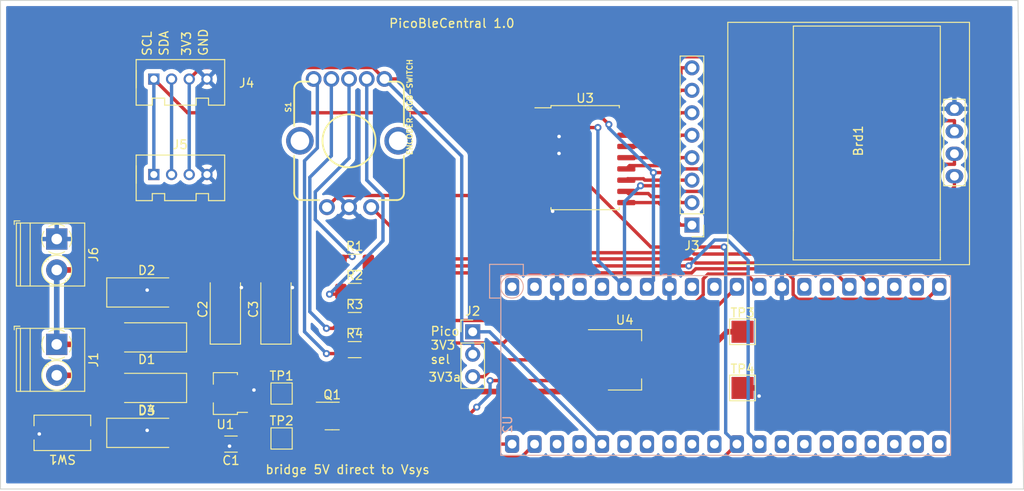
<source format=kicad_pcb>
(kicad_pcb (version 20221018) (generator pcbnew)
  (layers (0 "F.Cu" signal) (31 "B.Cu" signal) (34 "B.Paste" user) (35 "F.Paste" user) (36 "B.SilkS" user "B.Silkscreen") (37 "F.SilkS" user "F.Silkscreen") (38 "B.Mask" user) (39 "F.Mask" user) (44 "Edge.Cuts" user))
  (net 0 "")
  (net 1 "GND")
  (net 2 "+V")
  (net 3 "/DCC1")
  (net 4 "/DCC2")
  (net 5 "Net-(J3-Pin_1)")
  (net 6 "/VSYS")
  (net 7 "Net-(S1-SW)")
  (net 8 "BTN")
  (net 9 "Net-(S1--B)")
  (net 10 "BLUE")
  (net 11 "Net-(S1--G)")
  (net 12 "GREEN")
  (net 13 "Net-(S1--R)")
  (net 14 "Net-(J3-Pin_2)")
  (net 18 "3V3_OUT")
  (net 19 "3V3a")
  (net 20 "RED")
  (net 23 "3V3")
  (net 27 "PINA")
  (net 28 "PINB")
  (net 41 "+5V")
  (net 47 "SDA")
  (net 48 "SCL")
  (net 49 "Net-(J3-Pin_3)")
  (net 50 "Net-(J3-Pin_4)")
  (net 51 "Net-(J3-Pin_5)")
  (net 52 "Net-(J3-Pin_6)")
  (net 55 "Net-(J3-Pin_7)")
  (net 56 "Net-(J3-Pin_8)")
  (net 57 "RUN")
  (net 59 "Net-(U2-VBUS)")
  (footprint "Capacitor_SMD:C_1206_3216Metric_Pad1.33x1.80mm_HandSolder" (layer "F.Cu") (at 114.935 113.665 180)
    (fp_text reference "C1" (at 0 -1.85) (layer "F.SilkS"))
    (fp_text value "10uf/16V")
    (pad "1" smd roundrect (at -1.5625 0 180) (size 1.325 1.8) (layers "F.Cu" "F.Paste" "F.Mask") (roundrect_rratio 0.1886792453) (net 41 "+5V"))
    (pad "2" smd roundrect (at 1.5625 0 180) (size 1.325 1.8) (layers "F.Cu" "F.Paste" "F.Mask") (roundrect_rratio 0.1886792453) (net 1 "GND"))
  )
  (footprint "Package_TO_SOT_SMD:SOT-223-3_TabPin2" (layer "F.Cu") (at 159.41 104.14)
    (fp_text reference "U4" (at 0 -4.5) (layer "F.SilkS"))
    (fp_text value "AMS1117-3.3")
    (pad "1" smd rect (at -3.15 -2.3) (size 2 1.5) (layers "F.Cu" "F.Paste" "F.Mask"))
    (pad "2" smd rect (at -3.15 0) (size 2 1.5) (layers "F.Cu" "F.Paste" "F.Mask") (net 19 "3V3a"))
    (pad "2" smd rect (at 3.15 0) (size 2 3.8) (layers "F.Cu" "F.Paste" "F.Mask") (net 19 "3V3a"))
    (pad "3" smd rect (at -3.15 2.3) (size 2 1.5) (layers "F.Cu" "F.Paste" "F.Mask") (net 41 "+5V"))
  )
  (footprint "Capacitor_Tantalum_SMD:CP_EIA-6032-20_AVX-F_Pad2.25x2.35mm_HandSolder" (layer "F.Cu") (at 114.3 98.425 90)
    (fp_text reference "C2" (at 0 -2.55 90) (layer "F.SilkS"))
    (fp_text value "10uF/25V")
    (pad "1" smd roundrect (at -2.55 0 90) (size 2.25 2.35) (layers "F.Cu" "F.Paste" "F.Mask") (roundrect_rratio 0.1111111111) (net 2 "+V"))
    (pad "2" smd roundrect (at 2.55 0 90) (size 2.25 2.35) (layers "F.Cu" "F.Paste" "F.Mask") (roundrect_rratio 0.1111111111) (net 1 "GND"))
  )
  (footprint "Package_TO_SOT_SMD:SOT-23-3" (layer "F.Cu") (at 126.365 110.49)
    (fp_text reference "Q1" (at 0 -2.4) (layer "F.SilkS"))
    (fp_text value "DMG2305UX-7")
    (pad "1" smd roundrect (at -1.1375 -0.95) (size 1.325 0.6) (layers "F.Cu" "F.Paste" "F.Mask") (net 59 "Net-(U2-VBUS)"))
    (pad "2" smd roundrect (at -1.1375 0.95) (size 1.325 0.6) (layers "F.Cu" "F.Paste" "F.Mask") (net 6 "/VSYS"))
    (pad "3" smd roundrect (at 1.1375 0) (size 1.325 0.6) (layers "F.Cu" "F.Paste" "F.Mask") (net 41 "+5V"))
  )
  (footprint "Diode_SMD:D_SMA_Handsoldering" (layer "F.Cu") (at 105.41 96.52)
    (fp_text reference "D2" (at 0 -2.5) (layer "F.SilkS"))
    (fp_text value "RBR3L60AD")
    (pad "1" smd roundrect (at -2.5 0) (size 3.5 1.8) (layers "F.Cu" "F.Paste" "F.Mask") (roundrect_rratio 0.1388888889) (net 3 "/DCC1"))
    (pad "2" smd roundrect (at 2.5 0) (size 3.5 1.8) (layers "F.Cu" "F.Paste" "F.Mask") (roundrect_rratio 0.1388888889) (net 1 "GND"))
  )
  (footprint "TerminalBlock_Phoenix:TerminalBlock_Phoenix_PT-1,5-2-3.5-H_1x02_P3.50mm_Horizontal" (layer "F.Cu") (at 95.25 90.48 -90)
    (fp_text reference "J6" (at 1.75 -4.16 90) (layer "F.SilkS"))
    (fp_text value "12V")
    (pad "1" thru_hole rect (at 0 0 270) (size 2.4 2.4) (drill 1.2) (layers "*.Cu" "*.Mask") (net 1 "GND"))
    (pad "2" thru_hole circle (at 3.5 0 270) (size 2.4 2.4) (drill 1.2) (layers "*.Cu" "*.Mask") (net 3 "/DCC1"))
  )
  (footprint "Resistor_SMD:R_1206_3216Metric_Pad1.30x1.75mm_HandSolder" (layer "F.Cu") (at 128.905 99.695)
    (fp_text reference "R3" (at 0 -1.82) (layer "F.SilkS"))
    (fp_text value "330")
    (pad "1" smd roundrect (at -1.55 0) (size 1.3 1.75) (layers "F.Cu" "F.Paste" "F.Mask") (roundrect_rratio 0.192308) (net 11 "Net-(S1--G)"))
    (pad "2" smd roundrect (at 1.55 0) (size 1.3 1.75) (layers "F.Cu" "F.Paste" "F.Mask") (roundrect_rratio 0.192308) (net 12 "GREEN"))
  )
  (footprint "Diode_SMD:D_SMA_Handsoldering" (layer "F.Cu") (at 105.41 101.6 180)
    (fp_text reference "D1" (at 0 -2.5) (layer "F.SilkS"))
    (fp_text value "RBR3L60AD")
    (pad "1" smd roundrect (at -2.5 0 180) (size 3.5 1.8) (layers "F.Cu" "F.Paste" "F.Mask") (roundrect_rratio 0.1388888889) (net 2 "+V"))
    (pad "2" smd roundrect (at 2.5 0 180) (size 3.5 1.8) (layers "F.Cu" "F.Paste" "F.Mask") (roundrect_rratio 0.1388888889) (net 3 "/DCC1"))
  )
  (footprint "Package_TO_SOT_SMD:SOT-89-3" (layer "F.Cu") (at 114.3 107.95 180)
    (fp_text reference "U1" (at 0 -3.5) (layer "F.SilkS"))
    (fp_text value "AP7384-50Y")
    (pad "1" smd rect (at -1.95 -1.5 180) (size 1.3 0.9) (layers "F.Cu" "F.Paste" "F.Mask") (net 41 "+5V"))
    (pad "2" smd custom (at -1.8625 0 180) (size 1.475 0.9) (layers "F.Cu" "F.Paste" "F.Mask") (net 1 "GND") (options (clearance outline) (anchor rect)) (primitives (gr_poly (pts (xy 3.8625 0.8665) (xy 0.7375 0.8665) (xy 0.7375 -0.8665) (xy 3.8625 -0.8665)) (width 0) (fill yes))))
    (pad "3" smd rect (at -1.95 1.5 180) (size 1.3 0.9) (layers "F.Cu" "F.Paste" "F.Mask") (net 2 "+V"))
  )
  (footprint "SSD1306:128x64OLED" (layer "F.Cu") (at 186.055 79.375 -90)
    (fp_text reference "Brd1" (at 0 0.254 90) (layer "F.SilkS"))
    (fp_text value "SSD1306")
    (pad "1" thru_hole oval (at -3.62 -10.6) (size 2 1.6) (drill 1) (layers "*.Cu" "*.Mask") (net 1 "GND"))
    (pad "2" thru_hole oval (at -1.08 -10.6) (size 2 1.6) (drill 1) (layers "*.Cu" "*.Mask") (net 23 "3V3"))
    (pad "3" thru_hole oval (at 1.46 -10.6) (size 2 1.6) (drill 1) (layers "*.Cu" "*.Mask") (net 48 "SCL"))
    (pad "4" thru_hole oval (at 4 -10.6) (size 2 1.6) (drill 1) (layers "*.Cu" "*.Mask") (net 47 "SDA"))
  )
  (footprint "Resistor_SMD:R_1206_3216Metric_Pad1.30x1.75mm_HandSolder" (layer "F.Cu") (at 128.905 93.115)
    (fp_text reference "R1" (at 0 -1.82) (layer "F.SilkS"))
    (fp_text value "10k")
    (pad "1" smd roundrect (at -1.55 0) (size 1.3 1.75) (layers "F.Cu" "F.Paste" "F.Mask") (roundrect_rratio 0.192308) (net 7 "Net-(S1-SW)"))
    (pad "2" smd roundrect (at 1.55 0) (size 1.3 1.75) (layers "F.Cu" "F.Paste" "F.Mask") (roundrect_rratio 0.192308) (net 8 "BTN"))
  )
  (footprint "Capacitor_Tantalum_SMD:CP_EIA-6032-20_AVX-F_Pad2.25x2.35mm_HandSolder" (layer "F.Cu") (at 120.015 98.425 90)
    (fp_text reference "C3" (at 0 -2.55 90) (layer "F.SilkS"))
    (fp_text value "10uF/25v")
    (pad "1" smd roundrect (at -2.55 0 90) (size 2.25 2.35) (layers "F.Cu" "F.Paste" "F.Mask") (roundrect_rratio 0.1111111111) (net 2 "+V"))
    (pad "2" smd roundrect (at 2.55 0 90) (size 2.25 2.35) (layers "F.Cu" "F.Paste" "F.Mask") (roundrect_rratio 0.1111111111) (net 1 "GND"))
  )
  (footprint "Diode_SMD:D_SMA_Handsoldering" (layer "F.Cu") (at 105.41 112.395)
    (fp_text reference "D3" (at 0 -2.5) (layer "F.SilkS"))
    (fp_text value "RBR3L60AD")
    (pad "1" smd roundrect (at -2.5 0) (size 3.5 1.8) (layers "F.Cu" "F.Paste" "F.Mask") (roundrect_rratio 0.1388888889) (net 4 "/DCC2"))
    (pad "2" smd roundrect (at 2.5 0) (size 3.5 1.8) (layers "F.Cu" "F.Paste" "F.Mask") (roundrect_rratio 0.1388888889) (net 1 "GND"))
  )
  (footprint "TestPoint:TestPoint_Pad_2.5x2.5mm" (layer "F.Cu") (at 172.72 107.315)
    (fp_text reference "TP4" (at 0 -2.148) (layer "F.SilkS"))
    (fp_text value "GND")
    (pad "1" smd rect (at 0 0) (size 2.5 2.5) (layers "F.Cu" "F.Mask") (net 1 "GND"))
  )
  (footprint "TestPoint:TestPoint_Pad_2.5x2.5mm" (layer "F.Cu") (at 172.72 100.965)
    (fp_text reference "TP3" (at 0 -2.148) (layer "F.SilkS"))
    (fp_text value "+V")
    (pad "1" smd rect (at 0 0) (size 2.5 2.5) (layers "F.Cu" "F.Mask") (net 2 "+V"))
  )
  (footprint "Resistor_SMD:R_1206_3216Metric_Pad1.30x1.75mm_HandSolder" (layer "F.Cu") (at 128.905 102.985)
    (fp_text reference "R4" (at 0 -1.82) (layer "F.SilkS"))
    (fp_text value "330")
    (pad "1" smd roundrect (at -1.55 0) (size 1.3 1.75) (layers "F.Cu" "F.Paste" "F.Mask") (roundrect_rratio 0.192308) (net 13 "Net-(S1--R)"))
    (pad "2" smd roundrect (at 1.55 0) (size 1.3 1.75) (layers "F.Cu" "F.Paste" "F.Mask") (roundrect_rratio 0.192308) (net 20 "RED"))
  )
  (footprint "TerminalBlock_Phoenix:TerminalBlock_Phoenix_PT-1,5-2-3.5-H_1x02_P3.50mm_Horizontal" (layer "F.Cu") (at 95.25 102.39 -90)
    (fp_text reference "J1" (at 1.75 -4.16 90) (layer "F.SilkS"))
    (fp_text value "DCC" hide)
    (pad "1" thru_hole rect (at 0 0 270) (size 2.4 2.4) (drill 1.2) (layers "*.Cu" "*.Mask") (net 3 "/DCC1"))
    (pad "2" thru_hole circle (at 3.5 0 270) (size 2.4 2.4) (drill 1.2) (layers "*.Cu" "*.Mask") (net 4 "/DCC2"))
  )
  (footprint "Seed Grove etc:HW4-2.0" (layer "F.Cu") (at 109.22 72.39)
    (fp_text reference "J4" (at 7.48 0.4558) (layer "F.SilkS"))
    (fp_text value "grove 2mm")
    (pad "1" thru_hole rect (at -2.99974 0) (size 1.27 1.27) (drill 0.79756) (layers "*.Cu" "*.Mask") (net 48 "SCL"))
    (pad "2" thru_hole circle (at -0.99822 0) (size 1.27 1.27) (drill 0.79756) (layers "*.Cu" "*.Mask") (net 47 "SDA"))
    (pad "3" thru_hole circle (at 0.99822 0) (size 1.27 1.27) (drill 0.79756) (layers "*.Cu" "*.Mask") (net 23 "3V3"))
    (pad "4" thru_hole circle (at 2.99974 0) (size 1.27 1.27) (drill 0.79756) (layers "*.Cu" "*.Mask") (net 1 "GND"))
  )
  (footprint "Connector_PinHeader_2.54mm:PinHeader_1x03_P2.54mm_Vertical" (layer "F.Cu") (at 142.24 100.965)
    (fp_text reference "J2" (at 0 -2.33) (layer "F.SilkS"))
    (fp_text value "3V3 Sel")
    (pad "1" thru_hole rect (at 0 0) (size 1.7 1.7) (drill 1) (layers "*.Cu" "*.Mask") (net 18 "3V3_OUT"))
    (pad "2" thru_hole oval (at 0 2.54) (size 1.7 1.7) (drill 1) (layers "*.Cu" "*.Mask") (net 23 "3V3"))
    (pad "3" thru_hole oval (at 0 5.08) (size 1.7 1.7) (drill 1) (layers "*.Cu" "*.Mask") (net 19 "3V3a"))
  )
  (footprint "Connector_PinHeader_2.54mm:PinHeader_1x08_P2.54mm_Vertical" (layer "F.Cu") (at 167.005 88.9 180)
    (fp_text reference "J3" (at 0 -2.33) (layer "F.SilkS"))
    (fp_text value "keypad")
    (pad "1" thru_hole rect (at 0 0 180) (size 1.7 1.7) (drill 1) (layers "*.Cu" "*.Mask") (net 5 "Net-(J3-Pin_1)"))
    (pad "2" thru_hole oval (at 0 2.54 180) (size 1.7 1.7) (drill 1) (layers "*.Cu" "*.Mask") (net 14 "Net-(J3-Pin_2)"))
    (pad "3" thru_hole oval (at 0 5.08 180) (size 1.7 1.7) (drill 1) (layers "*.Cu" "*.Mask") (net 49 "Net-(J3-Pin_3)"))
    (pad "4" thru_hole oval (at 0 7.62 180) (size 1.7 1.7) (drill 1) (layers "*.Cu" "*.Mask") (net 50 "Net-(J3-Pin_4)"))
    (pad "5" thru_hole oval (at 0 10.16 180) (size 1.7 1.7) (drill 1) (layers "*.Cu" "*.Mask") (net 51 "Net-(J3-Pin_5)"))
    (pad "6" thru_hole oval (at 0 12.7 180) (size 1.7 1.7) (drill 1) (layers "*.Cu" "*.Mask") (net 52 "Net-(J3-Pin_6)"))
    (pad "7" thru_hole oval (at 0 15.24 180) (size 1.7 1.7) (drill 1) (layers "*.Cu" "*.Mask") (net 55 "Net-(J3-Pin_7)"))
    (pad "8" thru_hole oval (at 0 17.78 180) (size 1.7 1.7) (drill 1) (layers "*.Cu" "*.Mask") (net 56 "Net-(J3-Pin_8)"))
  )
  (footprint "Package_SO:SOIC-18W_7.5x11.6mm_P1.27mm" (layer "F.Cu") (at 154.94 81.28)
    (fp_text reference "U3" (at 0 -6.72) (layer "F.SilkS"))
    (fp_text value "MCP23008-xSO")
    (pad "1" smd roundrect (at -4.65 -5.08) (size 2.05 0.6) (layers "F.Cu" "F.Paste" "F.Mask") (net 48 "SCL"))
    (pad "2" smd roundrect (at -4.65 -3.81) (size 2.05 0.6) (layers "F.Cu" "F.Paste" "F.Mask") (net 47 "SDA"))
    (pad "3" smd roundrect (at -4.65 -2.54) (size 2.05 0.6) (layers "F.Cu" "F.Paste" "F.Mask") (net 1 "GND"))
    (pad "4" smd roundrect (at -4.65 -1.27) (size 2.05 0.6) (layers "F.Cu" "F.Paste" "F.Mask") (net 1 "GND"))
    (pad "5" smd roundrect (at -4.65 0) (size 2.05 0.6) (layers "F.Cu" "F.Paste" "F.Mask") (net 1 "GND"))
    (pad "6" smd roundrect (at -4.65 1.27) (size 2.05 0.6) (layers "F.Cu" "F.Paste" "F.Mask") (net 57 "RUN"))
    (pad "7" smd roundrect (at -4.65 2.54) (size 2.05 0.6) (layers "F.Cu" "F.Paste" "F.Mask"))
    (pad "8" smd roundrect (at -4.65 3.81) (size 2.05 0.6) (layers "F.Cu" "F.Paste" "F.Mask"))
    (pad "9" smd roundrect (at -4.65 5.08) (size 2.05 0.6) (layers "F.Cu" "F.Paste" "F.Mask") (net 1 "GND"))
    (pad "10" smd roundrect (at 4.65 5.08) (size 2.05 0.6) (layers "F.Cu" "F.Paste" "F.Mask") (net 5 "Net-(J3-Pin_1)"))
    (pad "11" smd roundrect (at 4.65 3.81) (size 2.05 0.6) (layers "F.Cu" "F.Paste" "F.Mask") (net 14 "Net-(J3-Pin_2)"))
    (pad "12" smd roundrect (at 4.65 2.54) (size 2.05 0.6) (layers "F.Cu" "F.Paste" "F.Mask") (net 49 "Net-(J3-Pin_3)"))
    (pad "13" smd roundrect (at 4.65 1.27) (size 2.05 0.6) (layers "F.Cu" "F.Paste" "F.Mask") (net 50 "Net-(J3-Pin_4)"))
    (pad "14" smd roundrect (at 4.65 0) (size 2.05 0.6) (layers "F.Cu" "F.Paste" "F.Mask") (net 51 "Net-(J3-Pin_5)"))
    (pad "15" smd roundrect (at 4.65 -1.27) (size 2.05 0.6) (layers "F.Cu" "F.Paste" "F.Mask") (net 52 "Net-(J3-Pin_6)"))
    (pad "16" smd roundrect (at 4.65 -2.54) (size 2.05 0.6) (layers "F.Cu" "F.Paste" "F.Mask") (net 55 "Net-(J3-Pin_7)"))
    (pad "17" smd roundrect (at 4.65 -3.81) (size 2.05 0.6) (layers "F.Cu" "F.Paste" "F.Mask") (net 56 "Net-(J3-Pin_8)"))
    (pad "18" smd roundrect (at 4.65 -5.08) (size 2.05 0.6) (layers "F.Cu" "F.Paste" "F.Mask") (net 23 "3V3"))
  )
  (footprint "Resistor_SMD:R_1206_3216Metric_Pad1.30x1.75mm_HandSolder" (layer "F.Cu") (at 128.905 96.405)
    (fp_text reference "R2" (at 0 -1.82) (layer "F.SilkS"))
    (fp_text value "330")
    (pad "1" smd roundrect (at -1.55 0) (size 1.3 1.75) (layers "F.Cu" "F.Paste" "F.Mask") (roundrect_rratio 0.192308) (net 9 "Net-(S1--B)"))
    (pad "2" smd roundrect (at 1.55 0) (size 1.3 1.75) (layers "F.Cu" "F.Paste" "F.Mask") (roundrect_rratio 0.192308) (net 10 "BLUE"))
  )
  (footprint "Seed Grove etc:HW4-2.0" (layer "F.Cu") (at 109.22 83.185)
    (fp_text reference "J5" (at -0.025 -3.375) (layer "F.SilkS"))
    (fp_text value "i2c")
    (pad "1" thru_hole rect (at -2.99974 0) (size 1.27 1.27) (drill 0.79756) (layers "*.Cu" "*.Mask") (net 48 "SCL"))
    (pad "2" thru_hole circle (at -0.99822 0) (size 1.27 1.27) (drill 0.79756) (layers "*.Cu" "*.Mask") (net 47 "SDA"))
    (pad "3" thru_hole circle (at 0.99822 0) (size 1.27 1.27) (drill 0.79756) (layers "*.Cu" "*.Mask") (net 23 "3V3"))
    (pad "4" thru_hole circle (at 2.99974 0) (size 1.27 1.27) (drill 0.79756) (layers "*.Cu" "*.Mask") (net 1 "GND"))
  )
  (footprint "Diode_SMD:D_SMA_Handsoldering" (layer "F.Cu") (at 105.41 107.315 180)
    (fp_text reference "D4" (at 0 -2.5) (layer "F.SilkS"))
    (fp_text value "RBR3L60AD")
    (pad "1" smd roundrect (at -2.5 0 180) (size 3.5 1.8) (layers "F.Cu" "F.Paste" "F.Mask") (roundrect_rratio 0.1388888889) (net 2 "+V"))
    (pad "2" smd roundrect (at 2.5 0 180) (size 3.5 1.8) (layers "F.Cu" "F.Paste" "F.Mask") (roundrect_rratio 0.1388888889) (net 4 "/DCC2"))
  )
  (footprint "Button_Switch_SMD:SW_Tactile_SPST_NO_Straight_CK_PTS636Sx25SMTRLFS" (layer "F.Cu") (at 95.885 112.395 180)
    (fp_text reference "SW1" (at 0 -3 180 unlocked) (layer "F.SilkS"))
    (fp_text value "SW_Push")
    (pad "1" smd rect (at -3.875 0 180) (size 1.25 1) (layers "F.Cu" "F.Paste" "F.Mask") (net 57 "RUN"))
    (pad "2" smd rect (at 3.875 0 180) (size 1.25 1) (layers "F.Cu" "F.Paste" "F.Mask") (net 1 "GND"))
  )
  (footprint "sparkfun switch:ENCODER_LED_3" (layer "F.Cu") (at 128.27 79.375)
    (fp_text reference "S1" (at -6.858 -3.81 90) (layer "F.SilkS") (effects (font (size 0.6096 0.6096) (thickness 0.127))))
    (fp_text value "ENCODER-RGB-SWITCH" (at 6.858 -3.81 90) (layer "F.SilkS") (effects (font (size 0.6096 0.6096) (thickness 0.127))))
    (pad "1" thru_hole circle (at -3.99796 -6.9977) (size 1.778 1.778) (drill 1.09982) (layers "*.Cu" "*.Mask") (net 13 "Net-(S1--R)"))
    (pad "2" thru_hole circle (at -1.99898 -6.9977) (size 1.778 1.778) (drill 1.09982) (layers "*.Cu" "*.Mask") (net 11 "Net-(S1--G)"))
    (pad "3" thru_hole circle (at 0 -6.9977) (size 1.778 1.778) (drill 1.09982) (layers "*.Cu" "*.Mask") (net 7 "Net-(S1-SW)"))
    (pad "4" thru_hole circle (at 1.99898 -6.9977) (size 1.778 1.778) (drill 1.09982) (layers "*.Cu" "*.Mask") (net 9 "Net-(S1--B)"))
    (pad "5" thru_hole circle (at 3.99796 -6.9977) (size 1.778 1.778) (drill 1.09982) (layers "*.Cu" "*.Mask") (net 23 "3V3"))
    (pad "A" thru_hole circle (at -2.49936 7.49808) (size 1.79832 1.79832) (drill 1.09982) (layers "*.Cu" "*.Mask") (net 27 "PINA"))
    (pad "B" thru_hole circle (at 2.49936 7.49808) (size 1.79832 1.79832) (drill 1.09982) (layers "*.Cu" "*.Mask") (net 28 "PINB"))
    (pad "C" thru_hole circle (at 0 7.49808) (size 1.79832 1.79832) (drill 1.09982) (layers "*.Cu" "*.Mask") (net 1 "GND"))
    (pad "M1" thru_hole circle (at -5.5499 0) (size 3.11404 3.11404) (drill 2.09804) (layers "*.Cu" "*.Mask"))
    (pad "M2" thru_hole circle (at 5.5499 0) (size 3.11404 3.11404) (drill 2.09804) (layers "*.Cu" "*.Mask"))
  )
  (footprint "TestPoint:TestPoint_Pad_2.0x2.0mm" (layer "F.Cu") (at 120.65 107.95)
    (fp_text reference "TP1" (at 0 -1.998) (layer "F.SilkS"))
    (fp_text value "TestPoint" hide)
    (pad "1" smd rect (at 0 0) (size 2 2) (layers "F.Cu" "F.Mask") (net 41 "+5V"))
  )
  (footprint "TestPoint:TestPoint_Pad_2.0x2.0mm" (layer "F.Cu") (at 120.65 113.03)
    (fp_text reference "TP2" (at 0 -1.998) (layer "F.SilkS"))
    (fp_text value "TestPoint" hide)
    (pad "1" smd rect (at 0 0) (size 2 2) (layers "F.Cu" "F.Mask") (net 6 "/VSYS"))
  )
  (footprint "PicoNoSwd:RaspberryPico_TH_NoSWD" (layer "B.Cu") (at 146.685 95.885 -90)
    (fp_text reference "U2" (at 15.5575 0.508 90) (layer "B.SilkS") (effects (justify mirror)))
    (fp_text value "Pico_RaspberryPico")
    (pad "1" thru_hole roundrect (at 0 0 270) (size 2 1.6) (drill 1) (layers "*.Cu" "*.Mask"))
    (pad "2" thru_hole roundrect (at 0 -2.54 270) (size 2 1.6) (drill 1) (layers "*.Cu" "*.Mask"))
    (pad "3" thru_hole roundrect (at 0 -5.08 270) (size 2 1.6) (drill 1) (layers "*.Cu" "*.Mask") (net 1 "GND"))
    (pad "4" thru_hole roundrect (at 0 -7.62 270) (size 2 1.6) (drill 1) (layers "*.Cu" "*.Mask"))
    (pad "5" thru_hole roundrect (at 0 -10.16 270) (size 2 1.6) (drill 1) (layers "*.Cu" "*.Mask"))
    (pad "6" thru_hole roundrect (at 0 -12.7 270) (size 2 1.6) (drill 1) (layers "*.Cu" "*.Mask") (net 47 "SDA"))
    (pad "7" thru_hole roundrect (at 0 -15.24 270) (size 2 1.6) (drill 1) (layers "*.Cu" "*.Mask") (net 48 "SCL"))
    (pad "8" thru_hole roundrect (at 0 -17.78 270) (size 2 1.6) (drill 1) (layers "*.Cu" "*.Mask") (net 1 "GND"))
    (pad "9" thru_hole roundrect (at 0 -20.32 270) (size 2 1.6) (drill 1) (layers "*.Cu" "*.Mask"))
    (pad "10" thru_hole roundrect (at 0 -22.86 270) (size 2 1.6) (drill 1) (layers "*.Cu" "*.Mask"))
    (pad "11" thru_hole roundrect (at 0 -25.4 270) (size 2 1.6) (drill 1) (layers "*.Cu" "*.Mask") (net 20 "RED"))
    (pad "12" thru_hole roundrect (at 0 -27.94 270) (size 2 1.6) (drill 1) (layers "*.Cu" "*.Mask") (net 12 "GREEN"))
    (pad "13" thru_hole roundrect (at 0 -30.48 270) (size 2 1.6) (drill 1) (layers "*.Cu" "*.Mask") (net 1 "GND"))
    (pad "14" thru_hole roundrect (at 0 -33.02 270) (size 2 1.6) (drill 1) (layers "*.Cu" "*.Mask"))
    (pad "15" thru_hole roundrect (at 0 -35.56 270) (size 2 1.6) (drill 1) (layers "*.Cu" "*.Mask"))
    (pad "16" thru_hole roundrect (at 0 -38.1 270) (size 2 1.6) (drill 1) (layers "*.Cu" "*.Mask") (net 28 "PINB"))
    (pad "17" thru_hole roundrect (at 0 -40.64 270) (size 2 1.6) (drill 1) (layers "*.Cu" "*.Mask") (net 27 "PINA"))
    (pad "18" thru_hole roundrect (at 0 -43.18 270) (size 2 1.6) (drill 1) (layers "*.Cu" "*.Mask"))
    (pad "19" thru_hole roundrect (at 0 -45.72 270) (size 2 1.6) (drill 1) (layers "*.Cu" "*.Mask"))
    (pad "20" thru_hole roundrect (at 0 -48.26 270) (size 2 1.6) (drill 1) (layers "*.Cu" "*.Mask") (net 10 "BLUE"))
    (pad "21" thru_hole roundrect (at 17.78 -48.26 270) (size 2 1.6) (drill 1) (layers "*.Cu" "*.Mask"))
    (pad "22" thru_hole roundrect (at 17.78 -45.72 270) (size 2 1.6) (drill 1) (layers "*.Cu" "*.Mask"))
    (pad "23" thru_hole roundrect (at 17.78 -43.18 270) (size 2 1.6) (drill 1) (layers "*.Cu" "*.Mask"))
    (pad "24" thru_hole roundrect (at 17.78 -40.64 270) (size 2 1.6) (drill 1) (layers "*.Cu" "*.Mask"))
    (pad "25" thru_hole roundrect (at 17.78 -38.1 270) (size 2 1.6) (drill 1) (layers "*.Cu" "*.Mask"))
    (pad "26" thru_hole roundrect (at 17.78 -35.56 270) (size 2 1.6) (drill 1) (layers "*.Cu" "*.Mask"))
    (pad "27" thru_hole roundrect (at 17.78 -33.02 270) (size 2 1.6) (drill 1) (layers "*.Cu" "*.Mask"))
    (pad "28" thru_hole roundrect (at 17.78 -30.48 270) (size 2 1.6) (drill 1) (layers "*.Cu" "*.Mask"))
    (pad "29" thru_hole roundrect (at 17.78 -27.94 270) (size 2 1.6) (drill 1) (layers "*.Cu" "*.Mask") (net 8 "BTN"))
    (pad "30" thru_hole roundrect (at 17.78 -25.4 270) (size 2 1.6) (drill 1) (layers "*.Cu" "*.Mask") (net 57 "RUN"))
    (pad "31" thru_hole roundrect (at 17.78 -22.86 270) (size 2 1.6) (drill 1) (layers "*.Cu" "*.Mask"))
    (pad "32" thru_hole roundrect (at 17.78 -20.32 270) (size 2 1.6) (drill 1) (layers "*.Cu" "*.Mask"))
    (pad "33" thru_hole roundrect (at 17.78 -17.78 270) (size 2 1.6) (drill 1) (layers "*.Cu" "*.Mask"))
    (pad "34" thru_hole roundrect (at 17.78 -15.24 270) (size 2 1.6) (drill 1) (layers "*.Cu" "*.Mask"))
    (pad "35" thru_hole roundrect (at 17.78 -12.7 270) (size 2 1.6) (drill 1) (layers "*.Cu" "*.Mask"))
    (pad "36" thru_hole roundrect (at 17.78 -10.16 270) (size 2 1.6) (drill 1) (layers "*.Cu" "*.Mask") (net 18 "3V3_OUT"))
    (pad "37" thru_hole roundrect (at 17.78 -7.62 270) (size 2 1.6) (drill 1) (layers "*.Cu" "*.Mask"))
    (pad "38" thru_hole roundrect (at 17.78 -5.08 270) (size 2 1.6) (drill 1) (layers "*.Cu" "*.Mask"))
    (pad "39" thru_hole roundrect (at 17.78 -2.54 270) (size 2 1.6) (drill 1) (layers "*.Cu" "*.Mask") (net 6 "/VSYS"))
    (pad "40" thru_hole roundrect (at 17.78 0 270) (size 2 1.6) (drill 1) (layers "*.Cu" "*.Mask") (net 59 "Net-(U2-VBUS)"))
  )
  (gr_line (start 88.9 63.5) (end 88.9 118.745) (stroke (width 0.1)) (layer "Edge.Cuts"))
  (gr_line (start 204.47 118.745) (end 88.9 118.745) (stroke (width 0.1)) (layer "Edge.Cuts"))
  (gr_line (start 204.47 118.745) (end 203.835 63.5) (stroke (width 0.1)) (layer "Edge.Cuts"))
  (gr_line (start 203.835 63.5) (end 88.9 63.5) (stroke (width 0.1)) (layer "Edge.Cuts"))
  (gr_text "bridge 5V direct to Vsys\n\n" (at 118.745 118.745) (layer "F.SilkS") (effects (font (size 1 1)) (justify left bottom)))
  (gr_text "PicoBleCentral 1.0\n" (at 132.715 66.675) (layer "F.SilkS") (effects (font (size 1 1)) (justify left bottom)))
  (gr_text "SCL\n" (at 106.045 69.85 90) (layer "F.SilkS") (effects (font (size 1 1)) (justify left bottom)))
  (gr_text "3V3a" (at 137.16 106.68) (layer "F.SilkS") (effects (font (size 1 1)) (justify left bottom)))
  (gr_text "Pico" (at 137.4 101.495) (layer "F.SilkS") (effects (font (size 1 1)) (justify left bottom)))
  (gr_text "3V3\nsel" (at 137.4 104.67) (layer "F.SilkS") (effects (font (size 1 1)) (justify left bottom)))
  (gr_text "GND" (at 112.395 69.85 90) (layer "F.SilkS") (effects (font (size 1 1)) (justify left bottom)))
  (gr_text "SDA\n" (at 107.95 69.85 90) (layer "F.SilkS") (effects (font (size 1 1)) (justify left bottom)))
  (gr_text "3V3" (at 110.49 69.85 90) (layer "F.SilkS") (effects (font (size 1 1)) (justify left bottom)))
  (segment (start 105.4638 96.2518) (end 107.6418 96.2518) (width 0.635) (layer "F.Cu") (net 1))
  (segment (start 174.4874 108.1333) (end 174.4874 107.315) (width 0.635) (layer "F.Cu") (net 1))
  (segment (start 116.1103 95.9682) (end 114.3932 95.9682) (width 0.635) (layer "F.Cu") (net 1))
  (segment (start 150.7698 80.8002) (end 150.7698 80.4898) (width 0.635) (layer "F.Cu") (net 1))
  (segment (start 174.5887 108.2346) (end 174.4874 108.1333) (width 0.635) (layer "F.Cu") (net 1))
  (segment (start 107.6251 112.1101) (end 107.91 112.395) (width 0.635) (layer "F.Cu") (net 1))
  (segment (start 114.7688 113.8979) (end 113.6054 113.8979) (width 0.635) (layer "F.Cu") (net 1))
  (segment (start 150.4343 78.8843) (end 150.29 78.74) (width 0.635) (layer "F.Cu") (net 1))
  (segment (start 150.29 86.36) (end 151.2675 87.3375) (width 0.635) (layer "F.Cu") (net 1))
  (segment (start 116.5604 107.5521) (end 116.1625 107.95) (width 0.635) (layer "F.Cu") (net 1))
  (segment (start 117.5275 107.5521) (end 116.5604 107.5521) (width 0.635) (layer "F.Cu") (net 1))
  (segment (start 114.3932 95.9682) (end 114.3 95.875) (width 0.635) (layer "F.Cu") (net 1))
  (segment (start 151.9885 80.8002) (end 150.7698 80.8002) (width 0.635) (layer "F.Cu") (net 1))
  (segment (start 92.01 112.395) (end 93.1524 112.395) (width 0.635) (layer "F.Cu") (net 1))
  (segment (start 150.7698 80.4898) (end 150.29 80.01) (width 0.635) (layer "F.Cu") (net 1))
  (segment (start 105.4638 112.1101) (end 107.6251 112.1101) (width 0.635) (layer "F.Cu") (net 1))
  (segment (start 120.1082 95.9682) (end 120.015 95.875) (width 0.635) (layer "F.Cu") (net 1))
  (segment (start 107.6418 96.2518) (end 107.91 96.52) (width 0.635) (layer "F.Cu") (net 1))
  (segment (start 151.9946 78.8843) (end 150.4343 78.8843) (width 0.635) (layer "F.Cu") (net 1))
  (segment (start 93.1524 112.395) (end 93.2797 112.5223) (width 0.635) (layer "F.Cu") (net 1))
  (segment (start 172.72 107.315) (end 174.4874 107.315) (width 0.635) (layer "F.Cu") (net 1))
  (segment (start 113.6054 113.8979) (end 113.3725 113.665) (width 0.635) (layer "F.Cu") (net 1))
  (segment (start 150.7698 80.8002) (end 150.29 81.28) (width 0.635) (layer "F.Cu") (net 1))
  (segment (start 121.8692 95.9682) (end 120.1082 95.9682) (width 0.635) (layer "F.Cu") (net 1))
  (via (at 151.9946 78.8843) (size 0.8) (drill 0.4) (layers "F.Cu" "B.Cu") (net 1))
  (via (at 105.4638 112.1101) (size 0.8) (drill 0.4) (layers "F.Cu" "B.Cu") (net 1))
  (via (at 114.7688 113.8979) (size 0.8) (drill 0.4) (layers "F.Cu" "B.Cu") (net 1))
  (via (at 151.2675 87.3375) (size 0.8) (drill 0.4) (layers "F.Cu" "B.Cu") (net 1))
  (via (at 121.8692 95.9682) (size 0.8) (drill 0.4) (layers "F.Cu" "B.Cu") (net 1))
  (via (at 151.9885 80.8002) (size 0.8) (drill 0.4) (layers "F.Cu" "B.Cu") (net 1))
  (via (at 93.2797 112.5223) (size 0.8) (drill 0.4) (layers "F.Cu" "B.Cu") (net 1))
  (via (at 105.4638 96.2518) (size 0.8) (drill 0.4) (layers "F.Cu" "B.Cu") (net 1))
  (via (at 174.5887 108.2346) (size 0.8) (drill 0.4) (layers "F.Cu" "B.Cu") (net 1))
  (via (at 117.5275 107.5521) (size 0.8) (drill 0.4) (layers "F.Cu" "B.Cu") (net 1))
  (via (at 116.1103 95.9682) (size 0.8) (drill 0.4) (layers "F.Cu" "B.Cu") (net 1))
  (segment (start 113.675 101.6) (end 114.3 100.975) (width 0.635) (layer "F.Cu") (net 2))
  (segment (start 107.91 101.6) (end 113.675 101.6) (width 0.635) (layer "F.Cu") (net 2))
  (segment (start 116.25 106.45) (end 108.5078 106.45) (width 0.635) (layer "F.Cu") (net 2))
  (segment (start 170.9526 100.965) (end 164.1924 107.7252) (width 0.635) (layer "F.Cu") (net 2))
  (segment (start 127.373 106.3837) (end 117.4837 106.3837) (width 0.635) (layer "F.Cu") (net 2))
  (segment (start 107.91 107.315) (end 108.5078 106.7172) (width 0.635) (layer "F.Cu") (net 2))
  (segment (start 108.5078 106.45) (end 108.5078 102.1978) (width 0.635) (layer "F.Cu") (net 2))
  (segment (start 108.5078 106.7172) (end 108.5078 106.45) (width 0.635) (layer "F.Cu") (net 2))
  (segment (start 120.015 100.975) (end 114.3 100.975) (width 0.635) (layer "F.Cu") (net 2))
  (segment (start 117.4837 106.3837) (end 117.4174 106.45) (width 0.635) (layer "F.Cu") (net 2))
  (segment (start 128.7145 107.7252) (end 127.373 106.3837) (width 0.635) (layer "F.Cu") (net 2))
  (segment (start 164.1924 107.7252) (end 128.7145 107.7252) (width 0.635) (layer "F.Cu") (net 2))
  (segment (start 116.25 106.45) (end 117.4174 106.45) (width 0.635) (layer "F.Cu") (net 2))
  (segment (start 172.72 100.965) (end 170.9526 100.965) (width 0.635) (layer "F.Cu") (net 2))
  (segment (start 108.5078 102.1978) (end 107.91 101.6) (width 0.635) (layer "F.Cu") (net 2))
  (segment (start 95.25 102.39) (end 102.12 102.39) (width 0.635) (layer "F.Cu") (net 3))
  (segment (start 102.12 102.39) (end 102.91 101.6) (width 0.635) (layer "F.Cu") (net 3))
  (segment (start 100.37 93.98) (end 102.91 96.52) (width 0.635) (layer "F.Cu") (net 3))
  (segment (start 95.25 93.98) (end 100.37 93.98) (width 0.635) (layer "F.Cu") (net 3))
  (segment (start 95.25 102.39) (end 95.25 93.98) (width 0.635) (layer "B.Cu") (net 3))
  (segment (start 101.485 105.89) (end 102.91 107.315) (width 0.635) (layer "F.Cu") (net 4))
  (segment (start 95.25 105.89) (end 101.485 105.89) (width 0.635) (layer "F.Cu") (net 4))
  (segment (start 102.91 107.315) (end 102.91 112.395) (width 0.635) (layer "F.Cu") (net 4))
  (segment (start 159.59 86.36) (end 163.2246 86.36) (width 0.381) (layer "F.Cu") (net 5))
  (segment (start 167.005 88.9) (end 165.7646 88.9) (width 0.381) (layer "F.Cu") (net 5))
  (segment (start 163.2246 86.36) (end 165.7646 88.9) (width 0.381) (layer "F.Cu") (net 5))
  (segment (start 147.8121 115.0779) (end 149.225 113.665) (width 0.381) (layer "F.Cu") (net 6))
  (segment (start 120.65 113.03) (end 123.6375 113.03) (width 0.381) (layer "F.Cu") (net 6))
  (segment (start 128.8654 115.0779) (end 147.8121 115.0779) (width 0.381) (layer "F.Cu") (net 6))
  (segment (start 123.6375 113.03) (end 125.2275 111.44) (width 0.381) (layer "F.Cu") (net 6))
  (segment (start 125.2275 111.44) (end 128.8654 115.0779) (width 0.381) (layer "F.Cu") (net 6))
  (segment (start 127.355 93.115) (end 128.0155 92.4545) (width 0.381) (layer "F.Cu") (net 7))
  (segment (start 128.0155 92.4545) (end 128.6293 92.4545) (width 0.381) (layer "F.Cu") (net 7))
  (segment (start 128.6293 92.4545) (end 128.6293 92.4544) (width 0.381) (layer "F.Cu") (net 7))
  (via (at 128.6293 92.4544) (size 0.8) (drill 0.4) (layers "F.Cu" "B.Cu") (net 7))
  (segment (start 124.459 85.1419) (end 124.459 88.2841) (width 0.381) (layer "B.Cu") (net 7))
  (segment (start 128.27 81.3309) (end 124.459 85.1419) (width 0.381) (layer "B.Cu") (net 7))
  (segment (start 124.459 88.2841) (end 128.6293 92.4544) (width 0.381) (layer "B.Cu") (net 7))
  (segment (start 128.27 72.3773) (end 128.27 81.3309) (width 0.381) (layer "B.Cu") (net 7))
  (segment (start 166.646 93.5167) (end 130.8567 93.5167) (width 0.381) (layer "F.Cu") (net 8))
  (segment (start 130.8567 93.5167) (end 130.455 93.115) (width 0.381) (layer "F.Cu") (net 8))
  (via (at 166.646 93.5167) (size 0.8) (drill 0.4) (layers "F.Cu" "B.Cu") (net 8))
  (segment (start 173.3551 112.3951) (end 173.3551 92.9187) (width 0.381) (layer "B.Cu") (net 8))
  (segment (start 174.625 113.665) (end 173.3551 112.3951) (width 0.381) (layer "B.Cu") (net 8))
  (segment (start 171.029 90.5926) (end 169.5701 90.5926) (width 0.381) (layer "B.Cu") (net 8))
  (segment (start 169.5701 90.5926) (end 166.646 93.5167) (width 0.381) (layer "B.Cu") (net 8))
  (segment (start 173.3551 92.9187) (end 171.029 90.5926) (width 0.381) (layer "B.Cu") (net 8))
  (segment (start 127.044 96.716) (end 126.0633 96.716) (width 0.381) (layer "F.Cu") (net 9))
  (segment (start 127.355 96.405) (end 127.044 96.716) (width 0.381) (layer "F.Cu") (net 9))
  (via (at 126.0633 96.716) (size 0.8) (drill 0.4) (layers "F.Cu" "B.Cu") (net 9))
  (segment (start 132.1038 90.6755) (end 132.1038 85.6469) (width 0.381) (layer "B.Cu") (net 9))
  (segment (start 126.0633 96.716) (end 132.1038 90.6755) (width 0.381) (layer "B.Cu") (net 9))
  (segment (start 130.269 83.8121) (end 130.269 72.3773) (width 0.381) (layer "B.Cu") (net 9))
  (segment (start 132.1038 85.6469) (end 130.269 83.8121) (width 0.381) (layer "B.Cu") (net 9))
  (segment (start 193.5378 97.2922) (end 194.945 95.885) (width 0.381) (layer "F.Cu") (net 10))
  (segment (start 130.455 96.405) (end 132.5529 94.3071) (width 0.381) (layer "F.Cu") (net 10))
  (segment (start 167.4377 93.8428) (end 177.288 93.8428) (width 0.381) (layer "F.Cu") (net 10))
  (segment (start 132.5529 94.3071) (end 166.9734 94.3071) (width 0.381) (layer "F.Cu") (net 10))
  (segment (start 166.9734 94.3071) (end 167.4377 93.8428) (width 0.381) (layer "F.Cu") (net 10))
  (segment (start 178.435 94.9898) (end 178.435 96.7585) (width 0.381) (layer "F.Cu") (net 10))
  (segment (start 178.435 96.7585) (end 178.9687 97.2922) (width 0.381) (layer "F.Cu") (net 10))
  (segment (start 178.9687 97.2922) (end 193.5378 97.2922) (width 0.381) (layer "F.Cu") (net 10))
  (segment (start 177.288 93.8428) (end 178.435 94.9898) (width 0.381) (layer "F.Cu") (net 10))
  (segment (start 126.4756 100.5744) (end 125.7165 100.5744) (width 0.381) (layer "F.Cu") (net 11))
  (segment (start 127.355 99.695) (end 126.4756 100.5744) (width 0.381) (layer "F.Cu") (net 11))
  (via (at 125.7165 100.5744) (size 0.8) (drill 0.4) (layers "F.Cu" "B.Cu") (net 11))
  (segment (start 126.271 72.3773) (end 126.271 81.0647) (width 0.381) (layer "B.Cu") (net 11))
  (segment (start 123.8395 98.6974) (end 125.7165 100.5744) (width 0.381) (layer "B.Cu") (net 11))
  (segment (start 126.271 81.0647) (end 123.8395 83.4962) (width 0.381) (layer "B.Cu") (net 11))
  (segment (start 123.8395 83.4962) (end 123.8395 98.6974) (width 0.381) (layer "B.Cu") (net 11))
  (segment (start 173.1856 94.4456) (end 168.8209 94.4456) (width 0.381) (layer "F.Cu") (net 12))
  (segment (start 168.275 96.7758) (end 165.3558 99.695) (width 0.381) (layer "F.Cu") (net 12))
  (segment (start 165.3558 99.695) (end 130.455 99.695) (width 0.381) (layer "F.Cu") (net 12))
  (segment (start 168.275 94.9915) (end 168.275 96.7758) (width 0.381) (layer "F.Cu") (net 12))
  (segment (start 174.625 95.885) (end 173.1856 94.4456) (width 0.381) (layer "F.Cu") (net 12))
  (segment (start 168.8209 94.4456) (end 168.275 94.9915) (width 0.381) (layer "F.Cu") (net 12))
  (segment (start 126.9078 103.4322) (end 127.355 102.985) (width 0.381) (layer "F.Cu") (net 13))
  (segment (start 125.7165 103.4322) (end 126.9078 103.4322) (width 0.381) (layer "F.Cu") (net 13))
  (via (at 125.7165 103.4322) (size 0.8) (drill 0.4) (layers "F.Cu" "B.Cu") (net 13))
  (segment (start 124.272 72.3773) (end 124.6889 72.7942) (width 0.381) (layer "B.Cu") (net 13))
  (segment (start 124.6889 72.7942) (end 124.6889 80.1819) (width 0.381) (layer "B.Cu") (net 13))
  (segment (start 123.2411 81.6297) (end 123.2411 100.9568) (width 0.381) (layer "B.Cu") (net 13))
  (segment (start 123.2411 100.9568) (end 125.7165 103.4322) (width 0.381) (layer "B.Cu") (net 13))
  (segment (start 124.6889 80.1819) (end 123.2411 81.6297) (width 0.381) (layer "B.Cu") (net 13))
  (segment (start 159.59 85.09) (end 159.8305 85.3305) (width 0.381) (layer "F.Cu") (net 14))
  (segment (start 165.0911 85.6865) (end 165.7646 86.36) (width 0.381) (layer "F.Cu") (net 14))
  (segment (start 167.005 86.36) (end 165.7646 86.36) (width 0.381) (layer "F.Cu") (net 14))
  (segment (start 162.4217 85.6865) (end 165.0911 85.6865) (width 0.381) (layer "F.Cu") (net 14))
  (segment (start 159.8305 85.3305) (end 162.0657 85.3305) (width 0.381) (layer "F.Cu") (net 14))
  (segment (start 162.0657 85.3305) (end 162.4217 85.6865) (width 0.381) (layer "F.Cu") (net 14))
  (segment (start 144.145 100.965) (end 156.845 113.665) (width 0.381) (layer "B.Cu") (net 18))
  (segment (start 142.24 100.965) (end 144.145 100.965) (width 0.381) (layer "B.Cu") (net 18))
  (segment (start 142.24 106.045) (end 143.4804 106.045) (width 0.381) (layer "F.Cu") (net 19))
  (segment (start 161.3435 101.8496) (end 159.0531 104.14) (width 0.381) (layer "F.Cu") (net 19))
  (segment (start 143.4804 106.045) (end 145.3854 104.14) (width 0.381) (layer "F.Cu") (net 19))
  (segment (start 159.0531 104.14) (end 156.26 104.14) (width 0.381) (layer "F.Cu") (net 19))
  (segment (start 162.56 101.8496) (end 161.3435 101.8496) (width 0.381) (layer "F.Cu") (net 19))
  (segment (start 145.3854 104.14) (end 156.26 104.14) (width 0.381) (layer "F.Cu") (net 19))
  (segment (start 162.56 104.14) (end 162.56 101.8496) (width 0.381) (layer "F.Cu") (net 19))
  (segment (start 131.2051 102.2349) (end 130.455 102.985) (width 0.381) (layer "F.Cu") (net 20))
  (segment (start 172.085 95.885) (end 167.6643 100.3057) (width 0.381) (layer "F.Cu") (net 20))
  (segment (start 147.6555 100.3057) (end 145.7263 102.2349) (width 0.381) (layer "F.Cu") (net 20))
  (segment (start 145.7263 102.2349) (end 131.2051 102.2349) (width 0.381) (layer "F.Cu") (net 20))
  (segment (start 167.6643 100.3057) (end 147.6555 100.3057) (width 0.381) (layer "F.Cu") (net 20))
  (segment (start 132.268 72.3773) (end 130.9787 71.088) (width 0.381) (layer "F.Cu") (net 23))
  (segment (start 188.2328 69.8728) (end 195.4646 77.1046) (width 0.381) (layer "F.Cu") (net 23))
  (segment (start 132.268 72.3773) (end 155.7673 72.3773) (width 0.381) (layer "F.Cu") (net 23))
  (segment (start 165.9172 69.8728) (end 188.2328 69.8728) (width 0.381) (layer "F.Cu") (net 23))
  (segment (start 196.655 78.295) (end 196.655 77.1046) (width 0.381) (layer "F.Cu") (net 23))
  (segment (start 111.5202 71.088) (end 110.2182 72.39) (width 0.381) (layer "F.Cu") (net 23))
  (segment (start 130.9787 71.088) (end 111.5202 71.088) (width 0.381) (layer "F.Cu") (net 23))
  (segment (start 159.59 76.2) (end 165.9172 69.8728) (width 0.381) (layer "F.Cu") (net 23))
  (segment (start 195.4646 77.1046) (end 196.655 77.1046) (width 0.381) (layer "F.Cu") (net 23))
  (segment (start 155.7673 72.3773) (end 159.59 76.2) (width 0.381) (layer "F.Cu") (net 23))
  (segment (start 110.2182 83.185) (end 110.2182 72.39) (width 0.381) (layer "B.Cu") (net 23))
  (segment (start 140.9996 81.1089) (end 132.268 72.3773) (width 0.381) (layer "B.Cu") (net 23))
  (segment (start 142.24 102.2646) (end 141.2321 102.2646) (width 0.381) (layer "B.Cu") (net 23))
  (segment (start 141.2321 102.2646) (end 140.9996 102.0321) (width 0.381) (layer "B.Cu") (net 23))
  (segment (start 142.24 103.505) (end 142.24 102.2646) (width 0.381) (layer "B.Cu") (net 23))
  (segment (start 140.9996 102.0321) (end 140.9996 81.1089) (width 0.381) (layer "B.Cu") (net 23))
  (segment (start 183.6141 92.1741) (end 167.2427 92.1741) (width 0.381) (layer "F.Cu") (net 27))
  (segment (start 167.0975 92.0289) (end 154.1688 92.0289) (width 0.381) (layer "F.Cu") (net 27))
  (segment (start 154.1688 92.0289) (end 147.6973 85.5574) (width 0.381) (layer "F.Cu") (net 27))
  (segment (start 167.2427 92.1741) (end 167.0975 92.0289) (width 0.381) (layer "F.Cu") (net 27))
  (segment (start 127.0863 85.5574) (end 125.7706 86.8731) (width 0.381) (layer "F.Cu") (net 27))
  (segment (start 147.6973 85.5574) (end 127.0863 85.5574) (width 0.381) (layer "F.Cu") (net 27))
  (segment (start 187.325 95.885) (end 183.6141 92.1741) (width 0.381) (layer "F.Cu") (net 27))
  (segment (start 167.4378 93.1907) (end 166.9734 92.7263) (width 0.381) (layer "F.Cu") (net 28))
  (segment (start 182.0907 93.1907) (end 167.4378 93.1907) (width 0.381) (layer "F.Cu") (net 28))
  (segment (start 136.6226 92.7263) (end 130.7694 86.8731) (width 0.381) (layer "F.Cu") (net 28))
  (segment (start 166.9734 92.7263) (end 136.6226 92.7263) (width 0.381) (layer "F.Cu") (net 28))
  (segment (start 184.785 95.885) (end 182.0907 93.1907) (width 0.381) (layer "F.Cu") (net 28))
  (segment (start 116.4975 109.45) (end 116.4975 113.665) (width 0.381) (layer "F.Cu") (net 41))
  (segment (start 116.4975 109.45) (end 116.25 109.45) (width 0.381) (layer "F.Cu") (net 41))
  (segment (start 154.8249 106.4847) (end 154.8696 106.44) (width 0.381) (layer "F.Cu") (net 41))
  (segment (start 141.8257 110.3511) (end 142.6934 109.4834) (width 0.381) (layer "F.Cu") (net 41))
  (segment (start 120.1005 107.95) (end 120.65 107.95) (width 0.381) (layer "F.Cu") (net 41))
  (segment (start 156.26 106.44) (end 154.8696 106.44) (width 0.381) (layer "F.Cu") (net 41))
  (segment (start 117.7596 109.45) (end 116.4975 109.45) (width 0.381) (layer "F.Cu") (net 41))
  (segment (start 120.1005 107.95) (end 119.2596 107.95) (width 0.381) (layer "F.Cu") (net 41))
  (segment (start 125.1014 107.95) (end 122.0404 107.95) (width 0.381) (layer "F.Cu") (net 41))
  (segment (start 120.65 107.95) (end 122.0404 107.95) (width 0.381) (layer "F.Cu") (net 41))
  (segment (start 144.1999 106.4847) (end 154.8249 106.4847) (width 0.381) (layer "F.Cu") (net 41))
  (segment (start 127.5025 110.49) (end 127.5025 110.3511) (width 0.381) (layer "F.Cu") (net 41))
  (segment (start 127.5025 110.3511) (end 125.1014 107.95) (width 0.381) (layer "F.Cu") (net 41))
  (segment (start 119.2596 107.95) (end 117.7596 109.45) (width 0.381) (layer "F.Cu") (net 41))
  (segment (start 127.5025 110.3511) (end 141.8257 110.3511) (width 0.381) (layer "F.Cu") (net 41))
  (via (at 144.1999 106.4847) (size 0.8) (drill 0.4) (layers "F.Cu" "B.Cu") (net 41))
  (via (at 142.6934 109.4834) (size 0.8) (drill 0.4) (layers "F.Cu" "B.Cu") (net 41))
  (segment (start 142.6934 109.4834) (end 144.1999 107.9769) (width 0.381) (layer "B.Cu") (net 41))
  (segment (start 144.1999 107.9769) (end 144.1999 106.4847) (width 0.381) (layer "B.Cu") (net 41))
  (segment (start 156.3816 77.8726) (end 150.6926 77.8726) (width 0.381) (layer "F.Cu") (net 47))
  (segment (start 165.3139 85.0899) (end 196.1305 85.0899) (width 0.381) (layer "F.Cu") (net 47))
  (segment (start 164.679 84.455) (end 165.3139 85.0899) (width 0.381) (layer "F.Cu") (net 47))
  (segment (start 150.6926 77.8726) (end 150.29 77.47) (width 0.381) (layer "F.Cu") (net 47))
  (segment (start 196.655 83.375) (end 196.655 84.5654) (width 0.381) (layer "F.Cu") (net 47))
  (segment (start 196.1305 85.0899) (end 196.655 84.5654) (width 0.381) (layer "F.Cu") (net 47))
  (segment (start 161.1962 84.455) (end 164.679 84.455) (width 0.381) (layer "F.Cu") (net 47))
  (via (at 156.3816 77.8726) (size 0.8) (drill 0.4) (layers "F.Cu" "B.Cu") (net 47))
  (via (at 161.1962 84.455) (size 0.8) (drill 0.4) (layers "F.Cu" "B.Cu") (net 47))
  (segment (start 156.3816 92.8816) (end 156.3816 77.8726) (width 0.381) (layer "B.Cu") (net 47))
  (segment (start 108.2218 83.185) (end 108.2218 72.39) (width 0.381) (layer "B.Cu") (net 47))
  (segment (start 159.385 95.885) (end 159.385 86.2662) (width 0.381) (layer "B.Cu") (net 47))
  (segment (start 159.385 86.2662) (end 161.1962 84.455) (width 0.381) (layer "B.Cu") (net 47))
  (segment (start 159.385 95.885) (end 156.3816 92.8816) (width 0.381) (layer "B.Cu") (net 47))
  (segment (start 195.4646 82.0254) (end 196.655 82.0254) (width 0.381) (layer "F.Cu") (net 48))
  (segment (start 194.94 82.55) (end 195.4646 82.0254) (width 0.381) (layer "F.Cu") (net 48))
  (segment (start 156.2901 76.2) (end 157.6151 77.525) (width 0.381) (layer "F.Cu") (net 48))
  (segment (start 165.2078 82.9709) (end 165.6287 82.55) (width 0.381) (layer "F.Cu") (net 48))
  (segment (start 106.2203 72.39) (end 110.0303 76.2) (width 0.381) (layer "F.Cu") (net 48))
  (segment (start 162.6539 82.9709) (end 165.2078 82.9709) (width 0.381) (layer "F.Cu") (net 48))
  (segment (start 196.655 80.835) (end 196.655 82.0254) (width 0.381) (layer "F.Cu") (net 48))
  (segment (start 150.29 76.2) (end 156.2901 76.2) (width 0.381) (layer "F.Cu") (net 48))
  (segment (start 110.0303 76.2) (end 150.29 76.2) (width 0.381) (layer "F.Cu") (net 48))
  (segment (start 165.6287 82.55) (end 194.94 82.55) (width 0.381) (layer "F.Cu") (net 48))
  (via (at 162.6539 82.9709) (size 0.8) (drill 0.4) (layers "F.Cu" "B.Cu") (net 48))
  (via (at 157.6151 77.525) (size 0.8) (drill 0.4) (layers "F.Cu" "B.Cu") (net 48))
  (segment (start 157.6151 77.525) (end 157.6151 77.9321) (width 0.381) (layer "B.Cu") (net 48))
  (segment (start 106.2203 83.185) (end 106.2203 72.39) (width 0.381) (layer "B.Cu") (net 48))
  (segment (start 161.925 95.885) (end 162.6539 95.1561) (width 0.381) (layer "B.Cu") (net 48))
  (segment (start 162.6539 95.1561) (end 162.6539 82.9709) (width 0.381) (layer "B.Cu") (net 48))
  (segment (start 157.6151 77.9321) (end 162.6539 82.9709) (width 0.381) (layer "B.Cu") (net 48))
  (segment (start 161.5236 83.6646) (end 159.7454 83.6646) (width 0.381) (layer "F.Cu") (net 49))
  (segment (start 161.679 83.82) (end 161.5236 83.6646) (width 0.381) (layer "F.Cu") (net 49))
  (segment (start 167.005 83.82) (end 161.679 83.82) (width 0.381) (layer "F.Cu") (net 49))
  (segment (start 159.7454 83.6646) (end 159.59 83.82) (width 0.381) (layer "F.Cu") (net 49))
  (segment (start 159.9595 82.1805) (end 159.59 82.55) (width 0.381) (layer "F.Cu") (net 50))
  (segment (start 165.7646 81.28) (end 164.8641 82.1805) (width 0.381) (layer "F.Cu") (net 50))
  (segment (start 167.005 81.28) (end 165.7646 81.28) (width 0.381) (layer "F.Cu") (net 50))
  (segment (start 164.8641 82.1805) (end 159.9595 82.1805) (width 0.381) (layer "F.Cu") (net 50))
  (segment (start 163.2246 81.28) (end 165.7646 78.74) (width 0.381) (layer "F.Cu") (net 51))
  (segment (start 167.005 78.74) (end 165.7646 78.74) (width 0.381) (layer "F.Cu") (net 51))
  (segment (start 159.59 81.28) (end 163.2246 81.28) (width 0.381) (layer "F.Cu") (net 51))
  (segment (start 167.005 76.2) (end 165.7646 76.2) (width 0.381) (layer "F.Cu") (net 52))
  (segment (start 161.9546 80.01) (end 165.7646 76.2) (width 0.381) (layer "F.Cu") (net 52))
  (segment (start 159.59 80.01) (end 161.9546 80.01) (width 0.381) (layer "F.Cu") (net 52))
  (segment (start 159.59 78.74) (end 160.6846 78.74) (width 0.381) (layer "F.Cu") (net 55))
  (segment (start 167.005 73.66) (end 165.7646 73.66) (width 0.381) (layer "F.Cu") (net 55))
  (segment (start 160.6846 78.74) (end 165.7646 73.66) (width 0.381) (layer "F.Cu") (net 55))
  (segment (start 167.005 71.12) (end 165.7646 71.12) (width 0.381) (layer "F.Cu") (net 56))
  (segment (start 165.7646 71.8156) (end 165.7646 71.12) (width 0.381) (layer "F.Cu") (net 56))
  (segment (start 159.59 77.47) (end 160.1102 77.47) (width 0.381) (layer "F.Cu") (net 56))
  (segment (start 160.1102 77.47) (end 165.7646 71.8156) (width 0.381) (layer "F.Cu") (net 56))
  (segment (start 162.3638 91.3835) (end 170.6381 91.3835) (width 0.381) (layer "F.Cu") (net 57))
  (segment (start 99.76 112.395) (end 99.76 113.2854) (width 0.381) (layer "F.Cu") (net 57))
  (segment (start 170.0912 115.6588) (end 172.085 113.665) (width 0.381) (layer "F.Cu") (net 57))
  (segment (start 99.76 113.2854) (end 102.1334 115.6588) (width 0.381) (layer "F.Cu") (net 57))
  (segment (start 153.5303 82.55) (end 162.3638 91.3835) (width 0.381) (layer "F.Cu") (net 57))
  (segment (start 150.29 82.55) (end 153.5303 82.55) (width 0.381) (layer "F.Cu") (net 57))
  (segment (start 102.1334 115.6588) (end 170.0912 115.6588) (width 0.381) (layer "F.Cu") (net 57))
  (via (at 170.6381 91.3835) (size 0.8) (drill 0.4) (layers "F.Cu" "B.Cu") (net 57))
  (segment (start 170.815 91.5604) (end 170.6381 91.3835) (width 0.381) (layer "B.Cu") (net 57))
  (segment (start 172.085 113.665) (end 170.815 112.395) (width 0.381) (layer "B.Cu") (net 57))
  (segment (start 170.815 112.395) (end 170.815 91.5604) (width 0.381) (layer "B.Cu") (net 57))
  (segment (start 125.2275 109.649) (end 125.2275 109.54) (width 0.381) (layer "F.Cu") (net 59))
  (segment (start 146.685 113.665) (end 129.2435 113.665) (width 0.381) (layer "F.Cu") (net 59))
  (segment (start 129.2435 113.665) (end 125.2275 109.649) (width 0.381) (layer "F.Cu") (net 59))
  (zone (net 1) (net_name "GND") (layer "B.Cu") (connect_pads (clearance 0.5)) (min_thickness 0.25) (fill yes (thermal_gap 0.5) (thermal_bridge_width 0.5))
    (polygon (pts (xy 89.535 64.135) (xy 203.2 64.135) (xy 203.2 118.11) (xy 89.535 118.11)))
  )
)
</source>
